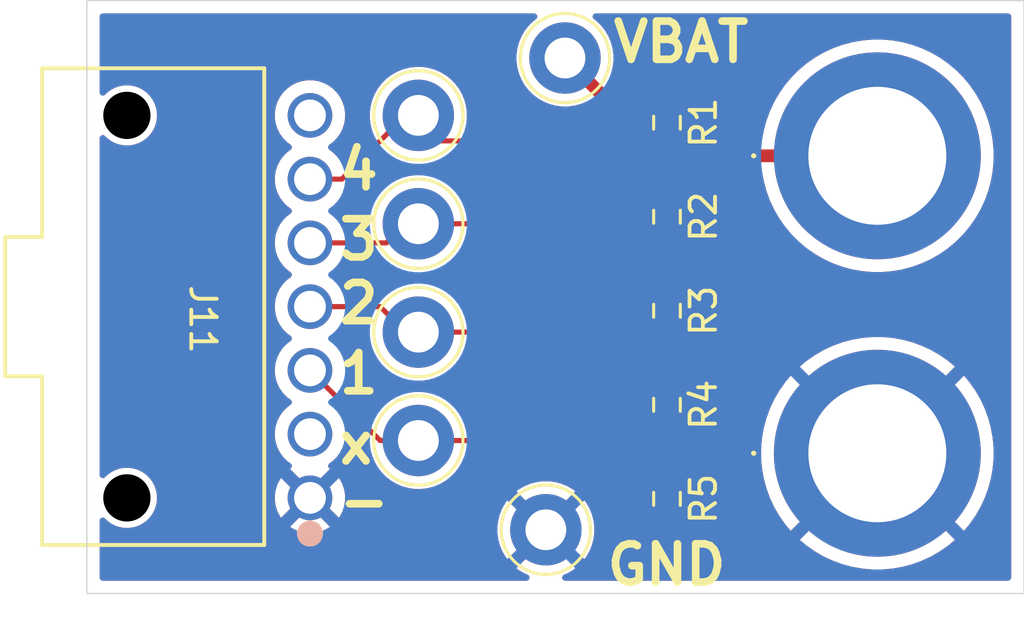
<source format=kicad_pcb>
(kicad_pcb (version 20241229) (generator "pcbnew") (generator_version "9.0")
  (layers (0 "F.Cu" signal) (2 "B.Cu" signal) (13 "F.Paste" user) (15 "B.Paste" user) (5 "F.SilkS" user "F.Silkscreen") (7 "B.SilkS" user "B.Silkscreen") (1 "F.Mask" user) (3 "B.Mask" user) (25 "Edge.Cuts" user))
  (net 0 "")
  (net 1 "/VBAT")
  (net 2 "GND")
  (net 4 "/last_cell_ext")
  (net 5 "/3&4COM_ext")
  (net 6 "/1&2COM_ext")
  (net 7 "/4&5COM_ext")
  (net 8 "/2&3COM_ext")
  (footprint "Resistor_SMD:R_0603_1608Metric_Pad0.98x0.95mm_HandSolder" (layer "F.Cu") (at 100 71.6 -90)
    (property "Reference" "R4" (at 0 -1.43 90) (layer "F.SilkS"))
    (property "Value" "7.23 kΩ")
    (fp_line (start -0.254724 0.5225) (end 0.254724 0.5225) (stroke (width 0.12)) (layer "F.SilkS"))
    (fp_line (start -0.254724 -0.5225) (end 0.254724 -0.5225) (stroke (width 0.12)) (layer "F.SilkS"))
    (pad "1" smd roundrect (at -0.9125 0 270) (size 0.975 0.95) (layers "F.Cu" "F.Mask" "F.Paste") (net 8 "/2&3COM_ext"))
    (pad "2" smd roundrect (at 0.9125 0 270) (size 0.975 0.95) (layers "F.Cu" "F.Mask" "F.Paste") (net 6 "/1&2COM_ext"))
  )
  (footprint "TestPoint:TestPoint_Keystone_5005-5009_Compact" (layer "F.Cu") (at 90.25 64.5)
    (property "Reference" "TP11" (hide yes))
    (property "Value" "TestPoint")
    (fp_circle (center 0 0) (end 1.75 0) (stroke (width 0.12)) (fill no) (layer "F.SilkS"))
    (pad "1" thru_hole circle (at 0 0) (size 2.8 2.8) (drill 1.6) (layers "*.Cu" "*.Mask") (net 5 "/3&4COM_ext"))
  )
  (footprint "TestPoint:TestPoint_Keystone_5005-5009_Compact" (layer "F.Cu") (at 90.25 73)
    (property "Reference" "TP9" (hide yes))
    (property "Value" "TestPoint")
    (fp_circle (center 0 0) (end 1.75 0) (stroke (width 0.12)) (fill no) (layer "F.SilkS"))
    (pad "1" thru_hole circle (at 0 0) (size 2.8 2.8) (drill 1.6) (layers "*.Cu" "*.Mask") (net 6 "/1&2COM_ext"))
  )
  (footprint "TestPoint:TestPoint_Keystone_5005-5009_Compact" (layer "F.Cu") (at 95.25 76.5)
    (property "Reference" "TP13" (hide yes))
    (property "Value" "TestPoint")
    (fp_circle (center 0 0) (end 1.75 0) (stroke (width 0.12)) (fill no) (layer "F.SilkS"))
    (pad "1" thru_hole circle (at 0 0) (size 2.8 2.8) (drill 1.6) (layers "*.Cu" "*.Mask") (net 2 "GND"))
  )
  (footprint "VoltTemp:5754" (layer "F.Cu") (at 108.25 73.5)
    (property "Reference" "J2" (hide yes))
    (property "Value" "575-4" (hide yes))
    (fp_line (start -4.9 0) (end -4.9 0) (stroke (width 0.1)) (layer "F.SilkS"))
    (fp_line (start -4.8 0) (end -4.8 0) (stroke (width 0.1)) (layer "F.SilkS"))
    (fp_arc (start -4.9 0) (mid -4.85 -0.05) (end -4.8 0) (stroke (width 0.1)) (layer "F.SilkS"))
    (fp_arc (start -4.8 0) (mid -4.85 0.05) (end -4.9 0) (stroke (width 0.1)) (layer "F.SilkS"))
    (pad "1" thru_hole circle (at 0 0) (size 8.115 8.115) (drill 5.41) (layers "*.Cu" "*.Mask") (net 2 "GND"))
  )
  (footprint "Resistor_SMD:R_0603_1608Metric_Pad0.98x0.95mm_HandSolder" (layer "F.Cu") (at 100 60.5375 -90)
    (property "Reference" "R1" (at 0 -1.43 90) (layer "F.SilkS"))
    (property "Value" "7.23 kΩ")
    (fp_line (start -0.254724 0.5225) (end 0.254724 0.5225) (stroke (width 0.12)) (layer "F.SilkS"))
    (fp_line (start -0.254724 -0.5225) (end 0.254724 -0.5225) (stroke (width 0.12)) (layer "F.SilkS"))
    (pad "1" smd roundrect (at -0.9125 0 270) (size 0.975 0.95) (layers "F.Cu" "F.Mask" "F.Paste") (net 1 "/VBAT"))
    (pad "2" smd roundrect (at 0.9125 0 270) (size 0.975 0.95) (layers "F.Cu" "F.Mask" "F.Paste") (net 7 "/4&5COM_ext"))
  )
  (footprint "TestPoint:TestPoint_Keystone_5005-5009_Compact" (layer "F.Cu") (at 96 58)
    (property "Reference" "TP14" (hide yes))
    (property "Value" "TestPoint")
    (fp_circle (center 0 0) (end 1.75 0) (stroke (width 0.12)) (fill no) (layer "F.SilkS"))
    (pad "1" thru_hole circle (at 0 0) (size 2.8 2.8) (drill 1.6) (layers "*.Cu" "*.Mask") (net 1 "/VBAT"))
  )
  (footprint "VoltTemp:1053131107" (layer "F.Cu") (at 86 75.25 -90)
    (property "Reference" "J11" (at -7 4.2 270) (layer "F.SilkS"))
    (property "Value" "Conn_01x07")
    (fp_line (start -10.2305 11.953011) (end -4.7695 11.953011) (stroke (width 0.1524)) (layer "F.SilkS"))
    (fp_line (start -4.7695 11.953011) (end -4.7695 10.505211) (stroke (width 0.1524)) (layer "F.SilkS"))
    (fp_line (start -10.2305 10.505211) (end -10.2305 11.953011) (stroke (width 0.1524)) (layer "F.SilkS"))
    (fp_line (start -4.7695 10.505211) (end 1.8472 10.505199) (stroke (width 0.1524)) (layer "F.SilkS"))
    (fp_line (start -16.8472 10.505199) (end -10.2305 10.505211) (stroke (width 0.1524)) (layer "F.SilkS"))
    (fp_line (start 1.8472 10.505199) (end 1.8472 1.793) (stroke (width 0.1524)) (layer "F.SilkS"))
    (fp_line (start -16.8472 1.793) (end -16.8472 10.505199) (stroke (width 0.1524)) (layer "F.SilkS"))
    (fp_line (start 1.8472 1.793) (end -16.8472 1.793) (stroke (width 0.1524)) (layer "F.SilkS"))
    (fp_circle (center 1.4 0) (end 1.4 0) (stroke (width 0.508)) (fill no) (layer "F.SilkS"))
    (fp_circle (center 1.4 0) (end 1.4 0) (stroke (width 0.508)) (fill no) (layer "B.SilkS"))
    (pad "" np_thru_hole circle (at -15 7.180001 270) (size 1.8542 1.8542) (drill 1.8542) (layers))
    (pad "" np_thru_hole circle (at 0 7.180001 270) (size 1.8542 1.8542) (drill 1.8542) (layers))
    (pad "1" thru_hole circle (at 0 0 270) (size 1.7526 1.7526) (drill 1.2446) (layers "*.Cu" "*.Mask") (net 2 "GND"))
    (pad "2" thru_hole circle (at -2.5 0 270) (size 1.7526 1.7526) (drill 1.2446) (layers "*.Cu" "*.Mask"))
    (pad "3" thru_hole circle (at -5 0 270) (size 1.7526 1.7526) (drill 1.2446) (layers "*.Cu" "*.Mask") (net 6 "/1&2COM_ext"))
    (pad "4" thru_hole circle (at -7.5 0 270) (size 1.7526 1.7526) (drill 1.2446) (layers "*.Cu" "*.Mask") (net 8 "/2&3COM_ext"))
    (pad "5" thru_hole circle (at -10 0 270) (size 1.7526 1.7526) (drill 1.2446) (layers "*.Cu" "*.Mask") (net 5 "/3&4COM_ext"))
    (pad "6" thru_hole circle (at -12.5 0 270) (size 1.7526 1.7526) (drill 1.2446) (layers "*.Cu" "*.Mask") (net 7 "/4&5COM_ext"))
    (pad "7" thru_hole circle (at -15 0 270) (size 1.7526 1.7526) (drill 1.2446) (layers "*.Cu" "*.Mask") (net 4 "/last_cell_ext"))
  )
  (footprint "TestPoint:TestPoint_Keystone_5005-5009_Compact" (layer "F.Cu") (at 90.25 60.25)
    (property "Reference" "TP12" (hide yes))
    (property "Value" "TestPoint")
    (fp_circle (center 0 0) (end 1.75 0) (stroke (width 0.12)) (fill no) (layer "F.SilkS"))
    (pad "1" thru_hole circle (at 0 0) (size 2.8 2.8) (drill 1.6) (layers "*.Cu" "*.Mask") (net 7 "/4&5COM_ext"))
  )
  (footprint "VoltTemp:5754" (layer "F.Cu") (at 108.25 61.835)
    (property "Reference" "J1" (hide yes))
    (property "Value" "575-4" (hide yes))
    (fp_line (start -4.9 0) (end -4.9 0) (stroke (width 0.1)) (layer "F.SilkS"))
    (fp_line (start -4.8 0) (end -4.8 0) (stroke (width 0.1)) (layer "F.SilkS"))
    (fp_arc (start -4.9 0) (mid -4.85 -0.05) (end -4.8 0) (stroke (width 0.1)) (layer "F.SilkS"))
    (fp_arc (start -4.8 0) (mid -4.85 0.05) (end -4.9 0) (stroke (width 0.1)) (layer "F.SilkS"))
    (pad "1" thru_hole circle (at 0 0) (size 8.115 8.115) (drill 5.41) (layers "*.Cu" "*.Mask") (net 1 "/VBAT"))
  )
  (footprint "Resistor_SMD:R_0603_1608Metric_Pad0.98x0.95mm_HandSolder" (layer "F.Cu") (at 100 75.2875 -90)
    (property "Reference" "R5" (at 0 -1.43 90) (layer "F.SilkS"))
    (property "Value" "7.23 kΩ")
    (fp_line (start -0.254724 0.5225) (end 0.254724 0.5225) (stroke (width 0.12)) (layer "F.SilkS"))
    (fp_line (start -0.254724 -0.5225) (end 0.254724 -0.5225) (stroke (width 0.12)) (layer "F.SilkS"))
    (pad "1" smd roundrect (at -0.9125 0 270) (size 0.975 0.95) (layers "F.Cu" "F.Mask" "F.Paste") (net 6 "/1&2COM_ext"))
    (pad "2" smd roundrect (at 0.9125 0 270) (size 0.975 0.95) (layers "F.Cu" "F.Mask" "F.Paste") (net 2 "GND"))
  )
  (footprint "TestPoint:TestPoint_Keystone_5005-5009_Compact" (layer "F.Cu") (at 90.25 68.75)
    (property "Reference" "TP10" (hide yes))
    (property "Value" "TestPoint")
    (fp_circle (center 0 0) (end 1.75 0) (stroke (width 0.12)) (fill no) (layer "F.SilkS"))
    (pad "1" thru_hole circle (at 0 0) (size 2.8 2.8) (drill 1.6) (layers "*.Cu" "*.Mask") (net 8 "/2&3COM_ext"))
  )
  (footprint "Resistor_SMD:R_0603_1608Metric_Pad0.98x0.95mm_HandSolder" (layer "F.Cu") (at 100 64.225 -90)
    (property "Reference" "R2" (at 0 -1.43 90) (layer "F.SilkS"))
    (property "Value" "7.23 kΩ")
    (fp_line (start -0.254724 0.5225) (end 0.254724 0.5225) (stroke (width 0.12)) (layer "F.SilkS"))
    (fp_line (start -0.254724 -0.5225) (end 0.254724 -0.5225) (stroke (width 0.12)) (layer "F.SilkS"))
    (pad "1" smd roundrect (at -0.9125 0 270) (size 0.975 0.95) (layers "F.Cu" "F.Mask" "F.Paste") (net 7 "/4&5COM_ext"))
    (pad "2" smd roundrect (at 0.9125 0 270) (size 0.975 0.95) (layers "F.Cu" "F.Mask" "F.Paste") (net 5 "/3&4COM_ext"))
  )
  (footprint "Resistor_SMD:R_0603_1608Metric_Pad0.98x0.95mm_HandSolder" (layer "F.Cu") (at 100 67.9125 -90)
    (property "Reference" "R3" (at 0 -1.43 90) (layer "F.SilkS"))
    (property "Value" "7.23 kΩ")
    (fp_line (start -0.254724 0.5225) (end 0.254724 0.5225) (stroke (width 0.12)) (layer "F.SilkS"))
    (fp_line (start -0.254724 -0.5225) (end 0.254724 -0.5225) (stroke (width 0.12)) (layer "F.SilkS"))
    (pad "1" smd roundrect (at -0.9125 0 270) (size 0.975 0.95) (layers "F.Cu" "F.Mask" "F.Paste") (net 5 "/3&4COM_ext"))
    (pad "2" smd roundrect (at 0.9125 0 270) (size 0.975 0.95) (layers "F.Cu" "F.Mask" "F.Paste") (net 8 "/2&3COM_ext"))
  )
  (gr_rect (start 77.25 55.75) (end 114 79) (stroke (width 0.05)) (fill no) (layer "Edge.Cuts"))
  (gr_text "3" (at 87 66 0) (layer "F.SilkS") (effects (font (size 1.5 1.5) (thickness 0.3) (bold yes)) (justify left bottom)))
  (gr_text "-" (at 87 76.25 0) (layer "F.SilkS") (effects (font (size 1.5 1.5) (thickness 0.3) (bold yes)) (justify left bottom)))
  (gr_text "VBAT" (at 97.75 58.25 0) (layer "F.SilkS") (effects (font (size 1.5 1.5) (thickness 0.3) (bold yes)) (justify left bottom)))
  (gr_text "x" (at 87 74 0) (layer "F.SilkS") (effects (font (size 1.5 1.5) (thickness 0.3) (bold yes)) (justify left bottom)))
  (gr_text "4" (at 87 63.25 0) (layer "F.SilkS") (effects (font (size 1.5 1.5) (thickness 0.3) (bold yes)) (justify left bottom)))
  (gr_text "GND" (at 97.5 78.75 0) (layer "F.SilkS") (effects (font (size 1.5 1.5) (thickness 0.3) (bold yes)) (justify left bottom)))
  (gr_text "2" (at 87 68.5 0) (layer "F.SilkS") (effects (font (size 1.5 1.5) (thickness 0.3) (bold yes)) (justify left bottom)))
  (gr_text "1" (at 87 71.25 0) (layer "F.SilkS") (effects (font (size 1.5 1.5) (thickness 0.3) (bold yes)) (justify left bottom)))
  (segment (start 97.625 59.625) (end 96 58) (width 0.5) (layer "F.Cu") (net 1))
  (segment (start 108.25 61.835) (end 102.21 61.835) (width 0.5) (layer "F.Cu") (net 1))
  (segment (start 100 59.625) (end 97.625 59.625) (width 0.5) (layer "F.Cu") (net 1))
  (segment (start 102.21 61.835) (end 100 59.625) (width 0.5) (layer "F.Cu") (net 1))
  (segment (start 89 65.25) (end 89.75 64.5) (width 0.2) (layer "F.Cu") (net 5))
  (segment (start 89.75 64.5) (end 99.3625 64.5) (width 0.2) (layer "F.Cu") (net 5))
  (segment (start 100 67) (end 100 65.1375) (width 0.2) (layer "F.Cu") (net 5))
  (segment (start 86 65.25) (end 89 65.25) (width 0.2) (layer "F.Cu") (net 5))
  (segment (start 99.3625 64.5) (end 100 65.1375) (width 0.2) (layer "F.Cu") (net 5))
  (segment (start 99.5125 73) (end 100 72.5125) (width 0.2) (layer "F.Cu") (net 6))
  (segment (start 100 74.375) (end 100 72.5125) (width 0.2) (layer "F.Cu") (net 6))
  (segment (start 88.75 73) (end 89.75 73) (width 0.2) (layer "F.Cu") (net 6))
  (segment (start 86 70.25) (end 88.75 73) (width 0.2) (layer "F.Cu") (net 6))
  (segment (start 89.75 73) (end 99.5125 73) (width 0.2) (layer "F.Cu") (net 6))
  (segment (start 89.75 60.25) (end 90.75 61.25) (width 0.2) (layer "F.Cu") (net 7))
  (segment (start 90.75 61.25) (end 99.8 61.25) (width 0.2) (layer "F.Cu") (net 7))
  (segment (start 99.8 61.25) (end 100 61.45) (width 0.2) (layer "F.Cu") (net 7))
  (segment (start 86 62.75) (end 87.25 62.75) (width 0.2) (layer "F.Cu") (net 7))
  (segment (start 87.25 62.75) (end 89.75 60.25) (width 0.2) (layer "F.Cu") (net 7))
  (segment (start 100 63.3125) (end 100 61.45) (width 0.2) (layer "F.Cu") (net 7))
  (segment (start 99.925 68.75) (end 100 68.825) (width 0.2) (layer "F.Cu") (net 8))
  (segment (start 100 68.825) (end 100 70.6875) (width 0.2) (layer "F.Cu") (net 8))
  (segment (start 88.75 67.75) (end 89.75 68.75) (width 0.2) (layer "F.Cu") (net 8))
  (segment (start 89.75 68.75) (end 99.925 68.75) (width 0.2) (layer "F.Cu") (net 8))
  (segment (start 86 67.75) (end 88.75 67.75) (width 0.2) (layer "F.Cu") (net 8))
  (zone (net 2) (net_name "GND") (layers "F.Cu" "B.Cu") (connect_pads (clearance 0.5)) (min_thickness 0.25) (fill yes (thermal_gap 0.5) (thermal_bridge_width 0.5))
    (polygon (pts (xy 114 55.75) (xy 77.25 55.75) (xy 77.25 79) (xy 114 79)))
  )
)
</source>
